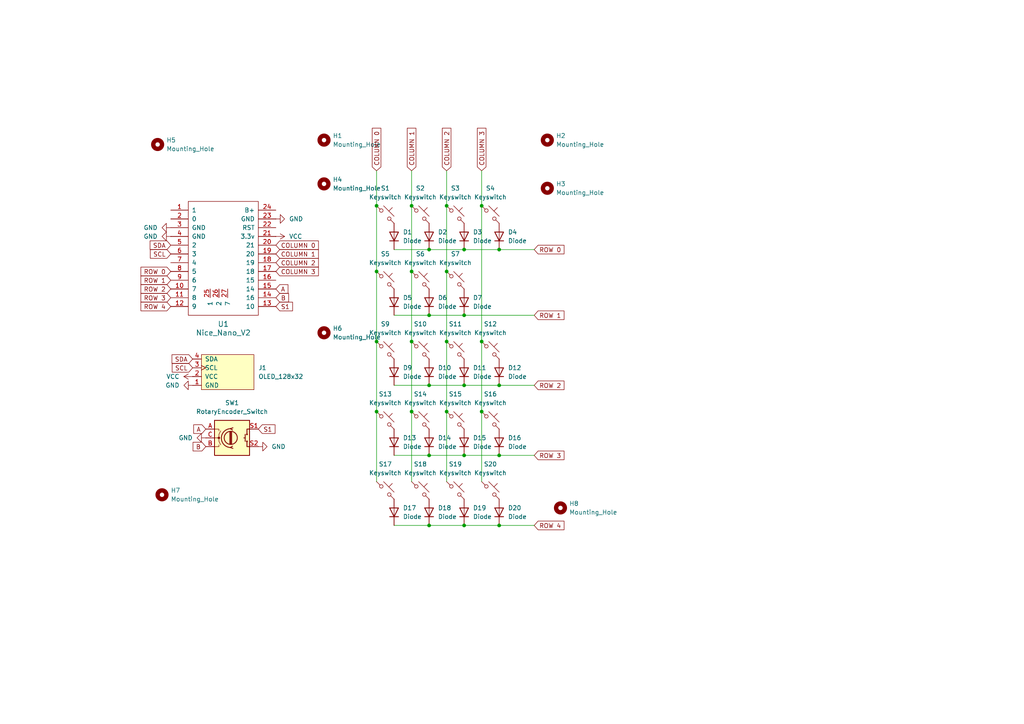
<source format=kicad_sch>
(kicad_sch (version 20250114) (generator "eeschema") (generator_version "9.0")
  (paper "A4")
  (lib_symbols
    (symbol "Device:RotaryEncoder_Switch" (pin_names (offset 0.254) (hide yes))
      (property "Reference" "SW" (at 0 6.604 0))
      (property "Value" "RotaryEncoder_Switch" (at 0 -6.604 0))
      (symbol "RotaryEncoder_Switch_0_1"
        (rectangle (start -5.08 5.08) (end 5.08 -5.08) (stroke (width 0.254)) (fill (type background)))
        (polyline (pts (xy -5.08 2.54) (xy -3.81 2.54) (xy -3.81 2.032)))
        (polyline (pts (xy -5.08 0) (xy -3.81 0) (xy -3.81 -1.016) (xy -3.302 -2.032)))
        (polyline (pts (xy -5.08 -2.54) (xy -3.81 -2.54) (xy -3.81 -2.032)))
        (polyline (pts (xy -4.318 0) (xy -3.81 0) (xy -3.81 1.016) (xy -3.302 2.032)))
        (circle (center -3.81 0) (radius 0.254) (fill (type outline)))
        (polyline (pts (xy -0.635 -1.778) (xy -0.635 1.778)) (stroke (width 0.254)))
        (circle (center -0.381 0) (radius 1.905) (stroke (width 0.254)))
        (polyline (pts (xy -0.381 -1.778) (xy -0.381 1.778)) (stroke (width 0.254)))
        (arc (start -0.381 -2.794) (mid -3.0988 -0.0635) (end -0.381 2.667) (stroke (width 0.254)))
        (polyline (pts (xy -0.127 1.778) (xy -0.127 -1.778)) (stroke (width 0.254)))
        (polyline (pts (xy 0.254 2.921) (xy -0.508 2.667) (xy 0.127 2.286)) (stroke (width 0.254)))
        (polyline (pts (xy 0.254 -3.048) (xy -0.508 -2.794) (xy 0.127 -2.413)) (stroke (width 0.254)))
        (polyline (pts (xy 3.81 1.016) (xy 3.81 -1.016)) (stroke (width 0.254)))
        (polyline (pts (xy 3.81 0) (xy 3.429 0)) (stroke (width 0.254)))
        (circle (center 4.318 1.016) (radius 0.127) (stroke (width 0.254)))
        (circle (center 4.318 -1.016) (radius 0.127) (stroke (width 0.254)))
        (polyline (pts (xy 5.08 2.54) (xy 4.318 2.54) (xy 4.318 1.016)) (stroke (width 0.254)))
        (polyline (pts (xy 5.08 -2.54) (xy 4.318 -2.54) (xy 4.318 -1.016)) (stroke (width 0.254)))
      )
      (symbol "RotaryEncoder_Switch_1_1"
        (pin passive line (at -7.62 2.54 0) (length 2.54) (name "A") (number "A"))
        (pin passive line (at -7.62 0 0) (length 2.54) (name "C") (number "C"))
        (pin passive line (at -7.62 -2.54 0) (length 2.54) (name "B") (number "B"))
        (pin passive line (at 7.62 2.54 180) (length 2.54) (name "S1") (number "S1"))
        (pin passive line (at 7.62 -2.54 180) (length 2.54) (name "S2") (number "S2"))
      )
    )
    (symbol "Scotto:MCU_Nice_Nano_V2" (pin_names (offset 1.016))
      (property "Reference" "U" (at 0 0 0))
      (property "Value" "Nice_Nano_V2" (at 0 -19.05 0))
      (symbol "MCU_Nice_Nano_V2_0_1"
        (rectangle (start -10.16 16.51) (end 10.16 -16.51))
      )
      (symbol "MCU_Nice_Nano_V2_1_1"
        (pin input line (at -15.24 13.97 0) (length 5.08) (name "1") (number "1"))
        (pin input line (at -15.24 11.43 0) (length 5.08) (name "0") (number "2"))
        (pin input line (at -15.24 8.89 0) (length 5.08) (name "GND") (number "3"))
        (pin input line (at -15.24 6.35 0) (length 5.08) (name "GND") (number "4"))
        (pin input line (at -15.24 3.81 0) (length 5.08) (name "2") (number "5"))
        (pin input line (at -15.24 1.27 0) (length 5.08) (name "3") (number "6"))
        (pin input line (at -15.24 -1.27 0) (length 5.08) (name "4") (number "7"))
        (pin input line (at -15.24 -3.81 0) (length 5.08) (name "5") (number "8"))
        (pin input line (at -15.24 -6.35 0) (length 5.08) (name "6") (number "9"))
        (pin input line (at -15.24 -8.89 0) (length 5.08) (name "7") (number "10"))
        (pin input line (at -15.24 -11.43 0) (length 5.08) (name "8") (number "11"))
        (pin input line (at -15.24 -13.97 0) (length 5.08) (name "9") (number "12"))
        (pin input line (at -3.81 -8.89 270) (length 2.5) (name "1") (number "25"))
        (pin input line (at -1.27 -8.89 270) (length 2.5) (name "2") (number "26"))
        (pin input line (at 1.27 -8.89 270) (length 2.5) (name "7") (number "27"))
        (pin input line (at 15.24 13.97 180) (length 5.08) (name "B+") (number "24"))
        (pin input line (at 15.24 11.43 180) (length 5.08) (name "GND") (number "23"))
        (pin input line (at 15.24 8.89 180) (length 5.08) (name "RST") (number "22"))
        (pin input line (at 15.24 6.35 180) (length 5.08) (name "3.3v") (number "21"))
        (pin input line (at 15.24 3.81 180) (length 5.08) (name "21") (number "20"))
        (pin input line (at 15.24 1.27 180) (length 5.08) (name "20") (number "19"))
        (pin input line (at 15.24 -1.27 180) (length 5.08) (name "19") (number "18"))
        (pin input line (at 15.24 -3.81 180) (length 5.08) (name "18") (number "17"))
        (pin input line (at 15.24 -6.35 180) (length 5.08) (name "15") (number "16"))
        (pin input line (at 15.24 -8.89 180) (length 5.08) (name "14") (number "15"))
        (pin input line (at 15.24 -11.43 180) (length 5.08) (name "16") (number "14"))
        (pin input line (at 15.24 -13.97 180) (length 5.08) (name "10") (number "13"))
      )
    )
    (symbol "Scotto:OLED_128x32" (pin_names (offset 1.016))
      (property "Reference" "J" (at 0 -6.35 0))
      (property "Value" "OLED_128x32" (at 0 6.35 0))
      (symbol "OLED_128x32_0_1"
        (rectangle (start 0 5.08) (end 15.24 -5.08) (fill (type background)))
      )
      (symbol "OLED_128x32_1_1"
        (pin bidirectional line (at -2.54 3.81 0) (length 2.54) (name "SDA") (number "4"))
        (pin input clock (at -2.54 1.27 0) (length 2.54) (name "SCL") (number "3"))
        (pin power_in line (at -2.54 -1.27 0) (length 2.54) (name "VCC") (number "2"))
        (pin power_in line (at -2.54 -3.81 0) (length 2.54) (name "GND") (number "1"))
      )
    )
    (symbol "Scotto:Placeholder_Diode" (pin_numbers (hide yes)) (pin_names (hide yes))
      (property "Reference" "D" (at 0 2.54 0))
      (property "Value" "Diode" (at 0 -2.54 0))
      (symbol "Placeholder_Diode_0_1"
        (polyline (pts (xy -1.27 1.27) (xy -1.27 -1.27)) (stroke (width 0.254)))
        (polyline (pts (xy 1.27 1.27) (xy 1.27 -1.27) (xy -1.27 0) (xy 1.27 1.27)) (stroke (width 0.254)))
        (polyline (pts (xy 1.27 0) (xy -1.27 0)))
      )
      (symbol "Placeholder_Diode_1_1"
        (pin passive line (at -3.81 0 0) (length 2.54) (name "K") (number "1"))
        (pin passive line (at 3.81 0 180) (length 2.54) (name "A") (number "2"))
      )
    )
    (symbol "Scotto:Placeholder_Keyswitch" (pin_numbers (hide yes)) (pin_names (offset 1.016) (hide yes))
      (property "Reference" "S" (at 3.048 1.016 0))
      (property "Value" "Keyswitch" (at 0 -3.81 0))
      (symbol "Placeholder_Keyswitch_0_1"
        (polyline (pts (xy -2.54 2.54) (xy -1.524 1.524) (xy -1.524 1.524)))
        (circle (center -1.1684 1.1684) (radius 0.508))
        (polyline (pts (xy -0.508 2.54) (xy 2.54 -0.508)))
        (polyline (pts (xy 1.016 1.016) (xy 2.032 2.032)))
        (circle (center 1.143 -1.1938) (radius 0.508))
        (polyline (pts (xy 1.524 -1.524) (xy 2.54 -2.54) (xy 2.54 -2.54) (xy 2.54 -2.54)))
        (pin passive line (at -2.54 2.54 0) (length 0) (name "1") (number "1"))
        (pin passive line (at 2.54 -2.54 180) (length 0) (name "2") (number "2"))
      )
    )
    (symbol "Scotto:Placeholder_Mounting_Hole" (pin_names (offset 1.016))
      (property "Reference" "H" (at 0 5.08 0))
      (property "Value" "Mounting_Hole" (at 0 3.175 0))
      (symbol "Placeholder_Mounting_Hole_0_1"
        (circle (center 0 0) (radius 1.27) (stroke (width 1.27)))
      )
    )
    (symbol "power:GND" (power) (pin_numbers (hide yes)) (pin_names (offset 0) (hide yes))
      (property "Value" "GND" (at 0 -3.81 0))
      (symbol "GND_0_1"
        (polyline (pts (xy 0 0) (xy 0 -1.27) (xy 1.27 -1.27) (xy 0 -2.54) (xy -1.27 -1.27) (xy 0 -1.27)))
      )
      (symbol "GND_1_1"
        (pin power_in line (at 0 0 270) (length 0) (name "~") (number "1"))
      )
    )
    (symbol "power:VCC" (power) (pin_numbers (hide yes)) (pin_names (offset 0) (hide yes))
      (property "Value" "VCC" (at 0 3.556 0))
      (symbol "VCC_0_1"
        (polyline (pts (xy -0.762 1.27) (xy 0 2.54)))
        (polyline (pts (xy 0 2.54) (xy 0.762 1.27)))
        (polyline (pts (xy 0 0) (xy 0 2.54)))
      )
      (symbol "VCC_1_1"
        (pin power_in line (at 0 0 90) (length 0) (name "~") (number "1"))
      )
    )
  )
  (junction (at 129.54 119.38))
  (junction (at 124.46 152.4))
  (junction (at 124.46 132.08))
  (junction (at 134.62 111.76))
  (junction (at 129.54 99.06))
  (junction (at 144.78 72.39))
  (junction (at 124.46 91.44))
  (junction (at 109.22 78.74))
  (junction (at 129.54 78.74))
  (junction (at 144.78 132.08))
  (junction (at 139.7 59.69))
  (junction (at 109.22 99.06))
  (junction (at 144.78 152.4))
  (junction (at 139.7 99.06))
  (junction (at 144.78 111.76))
  (junction (at 134.62 132.08))
  (junction (at 119.38 99.06))
  (junction (at 109.22 59.69))
  (junction (at 119.38 119.38))
  (junction (at 129.54 59.69))
  (junction (at 119.38 59.69))
  (junction (at 139.7 119.38))
  (junction (at 109.22 119.38))
  (junction (at 124.46 111.76))
  (junction (at 124.46 72.39))
  (junction (at 119.38 78.74))
  (junction (at 134.62 91.44))
  (junction (at 134.62 72.39))
  (junction (at 134.62 152.4))
  (wire (pts (xy 124.46 152.4) (xy 134.62 152.4)))
  (wire (pts (xy 129.54 49.53) (xy 129.54 59.69)))
  (wire (pts (xy 114.3 72.39) (xy 124.46 72.39)))
  (wire (pts (xy 144.78 111.76) (xy 154.94 111.76)))
  (wire (pts (xy 154.94 152.4) (xy 144.78 152.4)))
  (wire (pts (xy 154.94 72.39) (xy 144.78 72.39)))
  (wire (pts (xy 124.46 111.76) (xy 134.62 111.76)))
  (wire (pts (xy 129.54 78.74) (xy 129.54 99.06)))
  (wire (pts (xy 109.22 99.06) (xy 109.22 119.38)))
  (wire (pts (xy 129.54 59.69) (xy 129.54 78.74)))
  (wire (pts (xy 109.22 78.74) (xy 109.22 99.06)))
  (wire (pts (xy 129.54 99.06) (xy 129.54 119.38)))
  (wire (pts (xy 139.7 49.53) (xy 139.7 59.69)))
  (wire (pts (xy 109.22 119.38) (xy 109.22 139.7)))
  (wire (pts (xy 119.38 119.38) (xy 119.38 139.7)))
  (wire (pts (xy 134.62 132.08) (xy 144.78 132.08)))
  (wire (pts (xy 134.62 91.44) (xy 154.94 91.44)))
  (wire (pts (xy 119.38 49.53) (xy 119.38 59.69)))
  (wire (pts (xy 114.3 152.4) (xy 124.46 152.4)))
  (wire (pts (xy 129.54 119.38) (xy 129.54 139.7)))
  (wire (pts (xy 124.46 91.44) (xy 134.62 91.44)))
  (wire (pts (xy 119.38 59.69) (xy 119.38 78.74)))
  (wire (pts (xy 109.22 59.69) (xy 109.22 78.74)))
  (wire (pts (xy 119.38 78.74) (xy 119.38 99.06)))
  (wire (pts (xy 114.3 132.08) (xy 124.46 132.08)))
  (wire (pts (xy 114.3 91.44) (xy 124.46 91.44)))
  (wire (pts (xy 109.22 49.53) (xy 109.22 59.69)))
  (wire (pts (xy 124.46 72.39) (xy 134.62 72.39)))
  (wire (pts (xy 139.7 59.69) (xy 139.7 99.06)))
  (wire (pts (xy 134.62 111.76) (xy 144.78 111.76)))
  (wire (pts (xy 139.7 119.38) (xy 139.7 139.7)))
  (wire (pts (xy 139.7 99.06) (xy 139.7 119.38)))
  (wire (pts (xy 154.94 132.08) (xy 144.78 132.08)))
  (wire (pts (xy 119.38 99.06) (xy 119.38 119.38)))
  (wire (pts (xy 114.3 111.76) (xy 124.46 111.76)))
  (wire (pts (xy 124.46 132.08) (xy 134.62 132.08)))
  (wire (pts (xy 134.62 152.4) (xy 144.78 152.4)))
  (wire (pts (xy 134.62 72.39) (xy 144.78 72.39)))
  (global_label "ROW 2" (shape input) (at 154.94 111.76 0) (property "Intersheetrefs" "${INTERSHEET_REFS}" (effects (hide yes))))
  (global_label "ROW 4" (shape input) (at 49.53 88.9 180) (property "Intersheetrefs" "${INTERSHEET_REFS}" (effects (hide yes))))
  (global_label "SDA" (shape input) (at 49.53 71.12 180) (property "Intersheetrefs" "${INTERSHEET_REFS}" (effects (hide yes))))
  (global_label "S1" (shape input) (at 80.01 88.9 0) (property "Intersheetrefs" "${INTERSHEET_REFS}" (effects (hide yes))))
  (global_label "COLUMN 3" (shape input) (at 139.7 49.53 90) (property "Intersheetrefs" "${INTERSHEET_REFS}" (effects (hide yes))))
  (global_label "B" (shape input) (at 80.01 86.36 0) (property "Intersheetrefs" "${INTERSHEET_REFS}" (effects (hide yes))))
  (global_label "ROW 4" (shape input) (at 154.94 152.4 0) (property "Intersheetrefs" "${INTERSHEET_REFS}" (effects (hide yes))))
  (global_label "S1" (shape input) (at 74.93 124.46 0) (property "Intersheetrefs" "${INTERSHEET_REFS}" (effects (hide yes))))
  (global_label "COLUMN 2" (shape input) (at 129.54 49.53 90) (property "Intersheetrefs" "${INTERSHEET_REFS}" (effects (hide yes))))
  (global_label "COLUMN 1" (shape input) (at 119.38 49.53 90) (property "Intersheetrefs" "${INTERSHEET_REFS}" (effects (hide yes))))
  (global_label "COLUMN 2" (shape input) (at 80.01 76.2 0) (property "Intersheetrefs" "${INTERSHEET_REFS}" (effects (hide yes))))
  (global_label "ROW 1" (shape input) (at 154.94 91.44 0) (property "Intersheetrefs" "${INTERSHEET_REFS}" (effects (hide yes))))
  (global_label "ROW 2" (shape input) (at 49.53 83.82 180) (property "Intersheetrefs" "${INTERSHEET_REFS}" (effects (hide yes))))
  (global_label "ROW 1" (shape input) (at 49.53 81.28 180) (property "Intersheetrefs" "${INTERSHEET_REFS}" (effects (hide yes))))
  (global_label "SDA" (shape input) (at 55.88 104.14 180) (property "Intersheetrefs" "${INTERSHEET_REFS}" (effects (hide yes))))
  (global_label "COLUMN 0" (shape input) (at 109.22 49.53 90) (property "Intersheetrefs" "${INTERSHEET_REFS}" (effects (hide yes))))
  (global_label "COLUMN 1" (shape input) (at 80.01 73.66 0) (property "Intersheetrefs" "${INTERSHEET_REFS}" (effects (hide yes))))
  (global_label "SCL" (shape input) (at 49.53 73.66 180) (property "Intersheetrefs" "${INTERSHEET_REFS}" (effects (hide yes))))
  (global_label "SCL" (shape input) (at 55.88 106.68 180) (property "Intersheetrefs" "${INTERSHEET_REFS}" (effects (hide yes))))
  (global_label "ROW 3" (shape input) (at 49.53 86.36 180) (property "Intersheetrefs" "${INTERSHEET_REFS}" (effects (hide yes))))
  (global_label "ROW 0" (shape input) (at 49.53 78.74 180) (property "Intersheetrefs" "${INTERSHEET_REFS}" (effects (hide yes))))
  (global_label "COLUMN 3" (shape input) (at 80.01 78.74 0) (property "Intersheetrefs" "${INTERSHEET_REFS}" (effects (hide yes))))
  (global_label "A" (shape input) (at 59.69 124.46 180) (property "Intersheetrefs" "${INTERSHEET_REFS}" (effects (hide yes))))
  (global_label "ROW 3" (shape input) (at 154.94 132.08 0) (property "Intersheetrefs" "${INTERSHEET_REFS}" (effects (hide yes))))
  (global_label "A" (shape input) (at 80.01 83.82 0) (property "Intersheetrefs" "${INTERSHEET_REFS}" (effects (hide yes))))
  (global_label "B" (shape input) (at 59.69 129.54 180) (property "Intersheetrefs" "${INTERSHEET_REFS}" (effects (hide yes))))
  (global_label "ROW 0" (shape input) (at 154.94 72.39 0) (property "Intersheetrefs" "${INTERSHEET_REFS}" (effects (hide yes))))
  (global_label "COLUMN 0" (shape input) (at 80.01 71.12 0) (property "Intersheetrefs" "${INTERSHEET_REFS}" (effects (hide yes))))
  (symbol (lib_id "Scotto:Placeholder_Diode") (at 114.3 87.63 90) (unit 1)
    (property "Reference" "D5" (at 116.84 86.3599 90) (effects (justify right)))
    (property "Value" "Diode" (at 116.84 88.8999 90) (effects (justify right)))
    (property "Footprint" "ScottoKeebs_Components:Diode_DO-35" (effects (hide yes)))
    (property "Description" "1N4148 (DO-35) or 1N4148W (SOD-123)" (effects (hide yes)))
    (property "Sim.Device" "D" (effects (hide yes)))
    (property "Sim.Pins" "1=K 2=A" (effects (hide yes)))
  )
  (symbol (lib_id "Scotto:Placeholder_Keyswitch") (at 142.24 62.23 0) (unit 1)
    (property "Reference" "S4" (at 142.24 54.61 0))
    (property "Value" "Keyswitch" (at 142.24 57.15 0))
    (property "Footprint" "ScottoKeebs_MX:MX_PCB_1.00u" (effects (hide yes)))
    (property "Description" "Push button switch, normally open, two pins, 45° tilted" (effects (hide yes)))
  )
  (symbol (lib_id "Scotto:Placeholder_Diode") (at 124.46 87.63 90) (unit 1)
    (property "Reference" "D6" (at 127 86.3599 90) (effects (justify right)))
    (property "Value" "Diode" (at 127 88.8999 90) (effects (justify right)))
    (property "Footprint" "ScottoKeebs_Components:Diode_DO-35" (effects (hide yes)))
    (property "Description" "1N4148 (DO-35) or 1N4148W (SOD-123)" (effects (hide yes)))
    (property "Sim.Device" "D" (effects (hide yes)))
    (property "Sim.Pins" "1=K 2=A" (effects (hide yes)))
  )
  (symbol (lib_id "Scotto:Placeholder_Diode") (at 124.46 128.27 90) (unit 1)
    (property "Reference" "D14" (at 127 126.9999 90) (effects (justify right)))
    (property "Value" "Diode" (at 127 129.5399 90) (effects (justify right)))
    (property "Footprint" "ScottoKeebs_Components:Diode_DO-35" (effects (hide yes)))
    (property "Description" "1N4148 (DO-35) or 1N4148W (SOD-123)" (effects (hide yes)))
    (property "Sim.Device" "D" (effects (hide yes)))
    (property "Sim.Pins" "1=K 2=A" (effects (hide yes)))
  )
  (symbol (lib_id "Scotto:Placeholder_Keyswitch") (at 132.08 62.23 0) (unit 1)
    (property "Reference" "S3" (at 132.08 54.61 0))
    (property "Value" "Keyswitch" (at 132.08 57.15 0))
    (property "Footprint" "ScottoKeebs_MX:MX_PCB_1.00u" (effects (hide yes)))
    (property "Description" "Push button switch, normally open, two pins, 45° tilted" (effects (hide yes)))
  )
  (symbol (lib_id "Scotto:Placeholder_Keyswitch") (at 121.92 101.6 0) (unit 1)
    (property "Reference" "S10" (at 121.92 93.98 0))
    (property "Value" "Keyswitch" (at 121.92 96.52 0))
    (property "Footprint" "ScottoKeebs_MX:MX_PCB_1.00u" (effects (hide yes)))
    (property "Description" "Push button switch, normally open, two pins, 45° tilted" (effects (hide yes)))
  )
  (symbol (lib_id "Scotto:Placeholder_Mounting_Hole") (at 93.98 96.52 0) (unit 1)
    (property "Reference" "H6" (at 96.52 95.2499 0) (effects (justify left)))
    (property "Value" "Mounting_Hole" (at 96.52 97.7899 0) (effects (justify left)))
    (property "Description" "Mounting Hole without connection" (effects (hide yes)))
  )
  (symbol (lib_id "Scotto:Placeholder_Keyswitch") (at 132.08 121.92 0) (unit 1)
    (property "Reference" "S15" (at 132.08 114.3 0))
    (property "Value" "Keyswitch" (at 132.08 116.84 0))
    (property "Footprint" "ScottoKeebs_MX:MX_PCB_1.00u" (effects (hide yes)))
    (property "Description" "Push button switch, normally open, two pins, 45° tilted" (effects (hide yes)))
  )
  (symbol (lib_id "Scotto:Placeholder_Keyswitch") (at 142.24 121.92 0) (unit 1)
    (property "Reference" "S16" (at 142.24 114.3 0))
    (property "Value" "Keyswitch" (at 142.24 116.84 0))
    (property "Footprint" "ScottoKeebs_MX:MX_PCB_1.00u" (effects (hide yes)))
    (property "Description" "Push button switch, normally open, two pins, 45° tilted" (effects (hide yes)))
  )
  (symbol (lib_id "Scotto:Placeholder_Keyswitch") (at 111.76 81.28 0) (unit 1)
    (property "Reference" "S5" (at 111.76 73.66 0))
    (property "Value" "Keyswitch" (at 111.76 76.2 0))
    (property "Footprint" "ScottoKeebs_MX:MX_PCB_1.00u" (effects (hide yes)))
    (property "Description" "Push button switch, normally open, two pins, 45° tilted" (effects (hide yes)))
  )
  (symbol (lib_id "Scotto:Placeholder_Diode") (at 134.62 87.63 90) (unit 1)
    (property "Reference" "D7" (at 137.16 86.3599 90) (effects (justify right)))
    (property "Value" "Diode" (at 137.16 88.8999 90) (effects (justify right)))
    (property "Footprint" "ScottoKeebs_Components:Diode_DO-35" (effects (hide yes)))
    (property "Description" "1N4148 (DO-35) or 1N4148W (SOD-123)" (effects (hide yes)))
    (property "Sim.Device" "D" (effects (hide yes)))
    (property "Sim.Pins" "1=K 2=A" (effects (hide yes)))
  )
  (symbol (lib_id "Scotto:Placeholder_Keyswitch") (at 111.76 121.92 0) (unit 1)
    (property "Reference" "S13" (at 111.76 114.3 0))
    (property "Value" "Keyswitch" (at 111.76 116.84 0))
    (property "Footprint" "ScottoKeebs_MX:MX_PCB_1.00u" (effects (hide yes)))
    (property "Description" "Push button switch, normally open, two pins, 45° tilted" (effects (hide yes)))
  )
  (symbol (lib_id "Scotto:Placeholder_Mounting_Hole") (at 45.72 41.91 0) (unit 1)
    (property "Reference" "H5" (at 48.26 40.6399 0) (effects (justify left)))
    (property "Value" "Mounting_Hole" (at 48.26 43.1799 0) (effects (justify left)))
    (property "Description" "Mounting Hole without connection" (effects (hide yes)))
  )
  (symbol (lib_id "Scotto:Placeholder_Keyswitch") (at 111.76 101.6 0) (unit 1)
    (property "Reference" "S9" (at 111.76 93.98 0))
    (property "Value" "Keyswitch" (at 111.76 96.52 0))
    (property "Footprint" "ScottoKeebs_MX:MX_PCB_1.00u" (effects (hide yes)))
    (property "Description" "Push button switch, normally open, two pins, 45° tilted" (effects (hide yes)))
  )
  (symbol (lib_id "Scotto:Placeholder_Diode") (at 114.3 128.27 90) (unit 1)
    (property "Reference" "D13" (at 116.84 126.9999 90) (effects (justify right)))
    (property "Value" "Diode" (at 116.84 129.5399 90) (effects (justify right)))
    (property "Footprint" "ScottoKeebs_Components:Diode_DO-35" (effects (hide yes)))
    (property "Description" "1N4148 (DO-35) or 1N4148W (SOD-123)" (effects (hide yes)))
    (property "Sim.Device" "D" (effects (hide yes)))
    (property "Sim.Pins" "1=K 2=A" (effects (hide yes)))
  )
  (symbol (lib_id "Scotto:Placeholder_Keyswitch") (at 142.24 101.6 0) (unit 1)
    (property "Reference" "S12" (at 142.24 93.98 0))
    (property "Value" "Keyswitch" (at 142.24 96.52 0))
    (property "Footprint" "ScottoKeebs_MX:MX_PCB_2.00u_90deg" (effects (hide yes)))
    (property "Description" "Push button switch, normally open, two pins, 45° tilted" (effects (hide yes)))
  )
  (symbol (lib_id "Scotto:Placeholder_Mounting_Hole") (at 158.75 40.64 0) (unit 1)
    (property "Reference" "H2" (at 161.29 39.3699 0) (effects (justify left)))
    (property "Value" "Mounting_Hole" (at 161.29 41.9099 0) (effects (justify left)))
    (property "Description" "Mounting Hole without connection" (effects (hide yes)))
  )
  (symbol (lib_id "power:VCC") (at 55.88 109.22 90) (unit 1)
    (property "Reference" "#PWR08" (effects (hide yes)))
    (property "Value" "VCC" (at 52.07 109.2199 90) (effects (justify left)))
    (property "Description" "Power symbol creates a global label with name \"VCC\"" (effects (hide yes)))
  )
  (symbol (lib_id "Scotto:Placeholder_Diode") (at 144.78 148.59 90) (unit 1)
    (property "Reference" "D20" (at 147.32 147.3199 90) (effects (justify right)))
    (property "Value" "Diode" (at 147.32 149.8599 90) (effects (justify right)))
    (property "Footprint" "ScottoKeebs_Components:Diode_DO-35" (effects (hide yes)))
    (property "Description" "1N4148 (DO-35) or 1N4148W (SOD-123)" (effects (hide yes)))
    (property "Sim.Device" "D" (effects (hide yes)))
    (property "Sim.Pins" "1=K 2=A" (effects (hide yes)))
  )
  (symbol (lib_id "Scotto:Placeholder_Diode") (at 134.62 148.59 90) (unit 1)
    (property "Reference" "D19" (at 137.16 147.3199 90) (effects (justify right)))
    (property "Value" "Diode" (at 137.16 149.8599 90) (effects (justify right)))
    (property "Footprint" "ScottoKeebs_Components:Diode_DO-35" (effects (hide yes)))
    (property "Description" "1N4148 (DO-35) or 1N4148W (SOD-123)" (effects (hide yes)))
    (property "Sim.Device" "D" (effects (hide yes)))
    (property "Sim.Pins" "1=K 2=A" (effects (hide yes)))
  )
  (symbol (lib_id "power:VCC") (at 80.01 68.58 270) (unit 1)
    (property "Reference" "#PWR07" (effects (hide yes)))
    (property "Value" "VCC" (at 83.82 68.5799 90) (effects (justify left)))
    (property "Description" "Power symbol creates a global label with name \"VCC\"" (effects (hide yes)))
  )
  (symbol (lib_id "power:GND") (at 59.69 127 270) (unit 1)
    (property "Reference" "#PWR06" (effects (hide yes)))
    (property "Value" "GND" (at 55.88 126.9999 90) (effects (justify right)))
    (property "Description" "Power symbol creates a global label with name \"GND\" , ground" (effects (hide yes)))
  )
  (symbol (lib_id "power:GND") (at 49.53 68.58 270) (unit 1)
    (property "Reference" "#PWR05" (effects (hide yes)))
    (property "Value" "GND" (at 45.72 68.5799 90) (effects (justify right)))
    (property "Description" "Power symbol creates a global label with name \"GND\" , ground" (effects (hide yes)))
  )
  (symbol (lib_id "Scotto:Placeholder_Keyswitch") (at 111.76 62.23 0) (unit 1)
    (property "Reference" "S1" (at 111.76 54.61 0))
    (property "Value" "Keyswitch" (at 111.76 57.15 0))
    (property "Footprint" "ScottoKeebs_MX:MX_PCB_1.00u" (effects (hide yes)))
    (property "Description" "Push button switch, normally open, two pins, 45° tilted" (effects (hide yes)))
  )
  (symbol (lib_id "Scotto:Placeholder_Keyswitch") (at 121.92 62.23 0) (unit 1)
    (property "Reference" "S2" (at 121.92 54.61 0))
    (property "Value" "Keyswitch" (at 121.92 57.15 0))
    (property "Footprint" "ScottoKeebs_MX:MX_PCB_1.00u" (effects (hide yes)))
    (property "Description" "Push button switch, normally open, two pins, 45° tilted" (effects (hide yes)))
  )
  (symbol (lib_id "Scotto:Placeholder_Diode") (at 134.62 128.27 90) (unit 1)
    (property "Reference" "D15" (at 137.16 126.9999 90) (effects (justify right)))
    (property "Value" "Diode" (at 137.16 129.5399 90) (effects (justify right)))
    (property "Footprint" "ScottoKeebs_Components:Diode_DO-35" (effects (hide yes)))
    (property "Description" "1N4148 (DO-35) or 1N4148W (SOD-123)" (effects (hide yes)))
    (property "Sim.Device" "D" (effects (hide yes)))
    (property "Sim.Pins" "1=K 2=A" (effects (hide yes)))
  )
  (symbol (lib_id "Scotto:Placeholder_Keyswitch") (at 132.08 101.6 0) (unit 1)
    (property "Reference" "S11" (at 132.08 93.98 0))
    (property "Value" "Keyswitch" (at 132.08 96.52 0))
    (property "Footprint" "ScottoKeebs_MX:MX_PCB_1.00u" (effects (hide yes)))
    (property "Description" "Push button switch, normally open, two pins, 45° tilted" (effects (hide yes)))
  )
  (symbol (lib_id "Scotto:Placeholder_Keyswitch") (at 121.92 121.92 0) (unit 1)
    (property "Reference" "S14" (at 121.92 114.3 0))
    (property "Value" "Keyswitch" (at 121.92 116.84 0))
    (property "Footprint" "ScottoKeebs_MX:MX_PCB_1.00u" (effects (hide yes)))
    (property "Description" "Push button switch, normally open, two pins, 45° tilted" (effects (hide yes)))
  )
  (symbol (lib_id "Scotto:Placeholder_Diode") (at 144.78 128.27 90) (unit 1)
    (property "Reference" "D16" (at 147.32 126.9999 90) (effects (justify right)))
    (property "Value" "Diode" (at 147.32 129.5399 90) (effects (justify right)))
    (property "Footprint" "ScottoKeebs_Components:Diode_DO-35" (effects (hide yes)))
    (property "Description" "1N4148 (DO-35) or 1N4148W (SOD-123)" (effects (hide yes)))
    (property "Sim.Device" "D" (effects (hide yes)))
    (property "Sim.Pins" "1=K 2=A" (effects (hide yes)))
  )
  (symbol (lib_id "power:GND") (at 80.01 63.5 90) (unit 1)
    (property "Reference" "#PWR03" (effects (hide yes)))
    (property "Value" "GND" (at 83.82 63.4999 90) (effects (justify right)))
    (property "Description" "Power symbol creates a global label with name \"GND\" , ground" (effects (hide yes)))
  )
  (symbol (lib_id "Scotto:OLED_128x32") (at 58.42 107.95 0) (unit 1)
    (property "Reference" "J1" (at 74.93 106.6799 0) (effects (justify left)))
    (property "Value" "OLED_128x32" (at 74.93 109.2199 0) (effects (justify left)))
    (property "Footprint" "ScottoKeebs_Components:OLED_128x32" (effects (hide yes)))
  )
  (symbol (lib_id "Scotto:Placeholder_Keyswitch") (at 121.92 142.24 0) (unit 1)
    (property "Reference" "S18" (at 121.92 134.62 0))
    (property "Value" "Keyswitch" (at 121.92 137.16 0))
    (property "Footprint" "ScottoKeebs_MX:MX_PCB_2.00u" (effects (hide yes)))
    (property "Description" "Push button switch, normally open, two pins, 45° tilted" (effects (hide yes)))
  )
  (symbol (lib_id "Scotto:Placeholder_Keyswitch") (at 121.92 81.28 0) (unit 1)
    (property "Reference" "S6" (at 121.92 73.66 0))
    (property "Value" "Keyswitch" (at 121.92 76.2 0))
    (property "Footprint" "ScottoKeebs_MX:MX_PCB_1.00u" (effects (hide yes)))
    (property "Description" "Push button switch, normally open, two pins, 45° tilted" (effects (hide yes)))
  )
  (symbol (lib_id "Scotto:Placeholder_Mounting_Hole") (at 46.99 143.51 0) (unit 1)
    (property "Reference" "H7" (at 49.53 142.2399 0) (effects (justify left)))
    (property "Value" "Mounting_Hole" (at 49.53 144.7799 0) (effects (justify left)))
    (property "Description" "Mounting Hole without connection" (effects (hide yes)))
  )
  (symbol (lib_id "Device:RotaryEncoder_Switch") (at 67.31 127 0) (unit 1)
    (property "Reference" "SW1" (at 67.31 116.84 0))
    (property "Value" "RotaryEncoder_Switch" (at 67.31 119.38 0))
    (property "Footprint" "ScottoKeebs_Scotto:Encoder_EC11_MX" (effects (hide yes)))
    (property "Description" "Rotary encoder, dual channel, incremental quadrate outputs, with switch" (effects (hide yes)))
  )
  (symbol (lib_id "Scotto:Placeholder_Diode") (at 134.62 107.95 90) (unit 1)
    (property "Reference" "D11" (at 137.16 106.6799 90) (effects (justify right)))
    (property "Value" "Diode" (at 137.16 109.2199 90) (effects (justify right)))
    (property "Footprint" "ScottoKeebs_Components:Diode_DO-35" (effects (hide yes)))
    (property "Description" "1N4148 (DO-35) or 1N4148W (SOD-123)" (effects (hide yes)))
    (property "Sim.Device" "D" (effects (hide yes)))
    (property "Sim.Pins" "1=K 2=A" (effects (hide yes)))
  )
  (symbol (lib_id "Scotto:Placeholder_Diode") (at 124.46 107.95 90) (unit 1)
    (property "Reference" "D10" (at 127 106.6799 90) (effects (justify right)))
    (property "Value" "Diode" (at 127 109.2199 90) (effects (justify right)))
    (property "Footprint" "ScottoKeebs_Components:Diode_DO-35" (effects (hide yes)))
    (property "Description" "1N4148 (DO-35) or 1N4148W (SOD-123)" (effects (hide yes)))
    (property "Sim.Device" "D" (effects (hide yes)))
    (property "Sim.Pins" "1=K 2=A" (effects (hide yes)))
  )
  (symbol (lib_id "Scotto:Placeholder_Mounting_Hole") (at 162.56 147.32 0) (unit 1)
    (property "Reference" "H8" (at 165.1 146.0499 0) (effects (justify left)))
    (property "Value" "Mounting_Hole" (at 165.1 148.5899 0) (effects (justify left)))
    (property "Description" "Mounting Hole without connection" (effects (hide yes)))
  )
  (symbol (lib_id "Scotto:Placeholder_Keyswitch") (at 111.76 142.24 0) (unit 1)
    (property "Reference" "S17" (at 111.76 134.62 0))
    (property "Value" "Keyswitch" (at 111.76 137.16 0))
    (property "Footprint" "ScottoKeebs_MX:MX_PCB_1.00u" (effects (hide yes)))
    (property "Description" "Push button switch, normally open, two pins, 45° tilted" (effects (hide yes)))
  )
  (symbol (lib_id "Scotto:Placeholder_Mounting_Hole") (at 93.98 53.34 0) (unit 1)
    (property "Reference" "H4" (at 96.52 52.0699 0) (effects (justify left)))
    (property "Value" "Mounting_Hole" (at 96.52 54.6099 0) (effects (justify left)))
    (property "Description" "Mounting Hole without connection" (effects (hide yes)))
  )
  (symbol (lib_id "Scotto:Placeholder_Mounting_Hole") (at 158.75 54.61 0) (unit 1)
    (property "Reference" "H3" (at 161.29 53.3399 0) (effects (justify left)))
    (property "Value" "Mounting_Hole" (at 161.29 55.8799 0) (effects (justify left)))
    (property "Description" "Mounting Hole without connection" (effects (hide yes)))
  )
  (symbol (lib_id "Scotto:Placeholder_Diode") (at 144.78 68.58 90) (unit 1)
    (property "Reference" "D4" (at 147.32 67.3099 90) (effects (justify right)))
    (property "Value" "Diode" (at 147.32 69.8499 90) (effects (justify right)))
    (property "Footprint" "ScottoKeebs_Components:Diode_DO-35" (effects (hide yes)))
    (property "Description" "1N4148 (DO-35) or 1N4148W (SOD-123)" (effects (hide yes)))
    (property "Sim.Device" "D" (effects (hide yes)))
    (property "Sim.Pins" "1=K 2=A" (effects (hide yes)))
  )
  (symbol (lib_id "power:GND") (at 49.53 66.04 270) (unit 1)
    (property "Reference" "#PWR04" (effects (hide yes)))
    (property "Value" "GND" (at 45.72 66.0399 90) (effects (justify right)))
    (property "Description" "Power symbol creates a global label with name \"GND\" , ground" (effects (hide yes)))
  )
  (symbol (lib_id "Scotto:Placeholder_Diode") (at 144.78 107.95 90) (unit 1)
    (property "Reference" "D12" (at 147.32 106.6799 90) (effects (justify right)))
    (property "Value" "Diode" (at 147.32 109.2199 90) (effects (justify right)))
    (property "Footprint" "ScottoKeebs_Components:Diode_DO-35" (effects (hide yes)))
    (property "Description" "1N4148 (DO-35) or 1N4148W (SOD-123)" (effects (hide yes)))
    (property "Sim.Device" "D" (effects (hide yes)))
    (property "Sim.Pins" "1=K 2=A" (effects (hide yes)))
  )
  (symbol (lib_id "Scotto:Placeholder_Diode") (at 114.3 68.58 90) (unit 1)
    (property "Reference" "D1" (at 116.84 67.3099 90) (effects (justify right)))
    (property "Value" "Diode" (at 116.84 69.8499 90) (effects (justify right)))
    (property "Footprint" "ScottoKeebs_Components:Diode_DO-35" (effects (hide yes)))
    (property "Description" "1N4148 (DO-35) or 1N4148W (SOD-123)" (effects (hide yes)))
    (property "Sim.Device" "D" (effects (hide yes)))
    (property "Sim.Pins" "1=K 2=A" (effects (hide yes)))
  )
  (symbol (lib_id "power:GND") (at 55.88 111.76 270) (unit 1)
    (property "Reference" "#PWR01" (effects (hide yes)))
    (property "Value" "GND" (at 52.07 111.7599 90) (effects (justify right)))
    (property "Description" "Power symbol creates a global label with name \"GND\" , ground" (effects (hide yes)))
  )
  (symbol (lib_id "Scotto:MCU_Nice_Nano_V2") (at 64.77 74.93 0) (unit 1)
    (property "Reference" "U1" (at 64.77 93.98 0) (effects (font (size 1.524 1.524))))
    (property "Value" "Nice_Nano_V2" (at 64.77 96.52 0) (effects (font (size 1.524 1.524))))
    (property "Footprint" "ScottoKeebs_MCU:Nice_Nano_V2" (effects (hide yes)))
  )
  (symbol (lib_id "Scotto:Placeholder_Keyswitch") (at 132.08 142.24 0) (unit 1)
    (property "Reference" "S19" (at 132.08 134.62 0))
    (property "Value" "Keyswitch" (at 132.08 137.16 0))
    (property "Footprint" "ScottoKeebs_MX:MX_PCB_1.00u" (effects (hide yes)))
    (property "Description" "Push button switch, normally open, two pins, 45° tilted" (effects (hide yes)))
  )
  (symbol (lib_id "Scotto:Placeholder_Diode") (at 114.3 148.59 90) (unit 1)
    (property "Reference" "D17" (at 116.84 147.3199 90) (effects (justify right)))
    (property "Value" "Diode" (at 116.84 149.8599 90) (effects (justify right)))
    (property "Footprint" "ScottoKeebs_Components:Diode_DO-35" (effects (hide yes)))
    (property "Description" "1N4148 (DO-35) or 1N4148W (SOD-123)" (effects (hide yes)))
    (property "Sim.Device" "D" (effects (hide yes)))
    (property "Sim.Pins" "1=K 2=A" (effects (hide yes)))
  )
  (symbol (lib_id "Scotto:Placeholder_Diode") (at 124.46 148.59 90) (unit 1)
    (property "Reference" "D18" (at 127 147.3199 90) (effects (justify right)))
    (property "Value" "Diode" (at 127 149.8599 90) (effects (justify right)))
    (property "Footprint" "ScottoKeebs_Components:Diode_DO-35" (effects (hide yes)))
    (property "Description" "1N4148 (DO-35) or 1N4148W (SOD-123)" (effects (hide yes)))
    (property "Sim.Device" "D" (effects (hide yes)))
    (property "Sim.Pins" "1=K 2=A" (effects (hide yes)))
  )
  (symbol (lib_id "Scotto:Placeholder_Diode") (at 114.3 107.95 90) (unit 1)
    (property "Reference" "D9" (at 116.84 106.6799 90) (effects (justify right)))
    (property "Value" "Diode" (at 116.84 109.2199 90) (effects (justify right)))
    (property "Footprint" "ScottoKeebs_Components:Diode_DO-35" (effects (hide yes)))
    (property "Description" "1N4148 (DO-35) or 1N4148W (SOD-123)" (effects (hide yes)))
    (property "Sim.Device" "D" (effects (hide yes)))
    (property "Sim.Pins" "1=K 2=A" (effects (hide yes)))
  )
  (symbol (lib_id "Scotto:Placeholder_Keyswitch") (at 142.24 142.24 0) (unit 1)
    (property "Reference" "S20" (at 142.24 134.62 0))
    (property "Value" "Keyswitch" (at 142.24 137.16 0))
    (property "Footprint" "ScottoKeebs_MX:MX_PCB_2.00u_90deg" (effects (hide yes)))
    (property "Description" "Push button switch, normally open, two pins, 45° tilted" (effects (hide yes)))
  )
  (symbol (lib_id "power:GND") (at 74.93 129.54 90) (unit 1)
    (property "Reference" "#PWR02" (effects (hide yes)))
    (property "Value" "GND" (at 78.74 129.5399 90) (effects (justify right)))
    (property "Description" "Power symbol creates a global label with name \"GND\" , ground" (effects (hide yes)))
  )
  (symbol (lib_id "Scotto:Placeholder_Keyswitch") (at 132.08 81.28 0) (unit 1)
    (property "Reference" "S7" (at 132.08 73.66 0))
    (property "Value" "Keyswitch" (at 132.08 76.2 0))
    (property "Footprint" "ScottoKeebs_MX:MX_PCB_1.00u" (effects (hide yes)))
    (property "Description" "Push button switch, normally open, two pins, 45° tilted" (effects (hide yes)))
  )
  (symbol (lib_id "Scotto:Placeholder_Diode") (at 124.46 68.58 90) (unit 1)
    (property "Reference" "D2" (at 127 67.3099 90) (effects (justify right)))
    (property "Value" "Diode" (at 127 69.8499 90) (effects (justify right)))
    (property "Footprint" "ScottoKeebs_Components:Diode_DO-35" (effects (hide yes)))
    (property "Description" "1N4148 (DO-35) or 1N4148W (SOD-123)" (effects (hide yes)))
    (property "Sim.Device" "D" (effects (hide yes)))
    (property "Sim.Pins" "1=K 2=A" (effects (hide yes)))
  )
  (symbol (lib_id "Scotto:Placeholder_Mounting_Hole") (at 93.98 40.64 0) (unit 1)
    (property "Reference" "H1" (at 96.52 39.3699 0) (effects (justify left)))
    (property "Value" "Mounting_Hole" (at 96.52 41.9099 0) (effects (justify left)))
    (property "Description" "Mounting Hole without connection" (effects (hide yes)))
  )
  (symbol (lib_id "Scotto:Placeholder_Diode") (at 134.62 68.58 90) (unit 1)
    (property "Reference" "D3" (at 137.16 67.3099 90) (effects (justify right)))
    (property "Value" "Diode" (at 137.16 69.8499 90) (effects (justify right)))
    (property "Footprint" "ScottoKeebs_Components:Diode_DO-35" (effects (hide yes)))
    (property "Description" "1N4148 (DO-35) or 1N4148W (SOD-123)" (effects (hide yes)))
    (property "Sim.Device" "D" (effects (hide yes)))
    (property "Sim.Pins" "1=K 2=A" (effects (hide yes)))
  )
)
</source>
